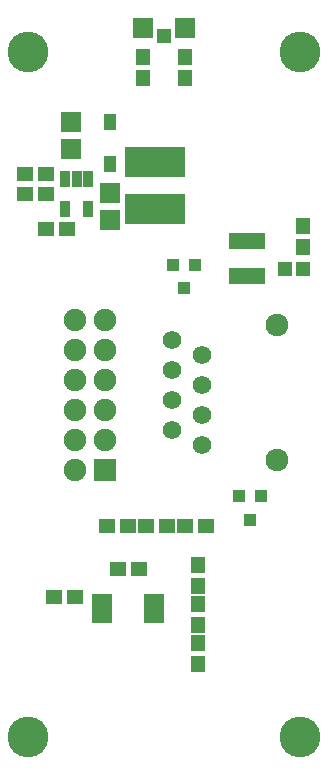
<source format=gbr>
G04 DesignSpark PCB PRO Gerber Version 10.0 Build 5299*
G04 #@! TF.Part,Single*
G04 #@! TF.FileFunction,Soldermask,Top*
G04 #@! TF.FilePolarity,Negative*
%FSLAX35Y35*%
%MOIN*%
G04 #@! TA.AperFunction,SMDPad,CuDef*
%ADD94R,0.03362X0.05724*%
%ADD97R,0.04150X0.05528*%
%ADD102R,0.04937X0.05291*%
%ADD95R,0.06500X0.07000*%
%ADD106R,0.04346X0.04346*%
%ADD104R,0.04543X0.04543*%
%ADD107R,0.04740X0.04740*%
%ADD103R,0.06906X0.06906*%
G04 #@! TA.AperFunction,ComponentPad*
%ADD92R,0.07496X0.07496*%
%ADD99C,0.06130*%
%ADD93C,0.07496*%
%ADD100C,0.07594*%
G04 #@! TA.AperFunction,WasherPad*
%ADD91C,0.13598*%
G04 #@! TA.AperFunction,SMDPad,CuDef*
%ADD101R,0.06512X0.02181*%
%ADD98R,0.05291X0.04937*%
%ADD105R,0.12063X0.05646*%
%ADD96R,0.19898X0.09858*%
G04 #@! TD.AperFunction*
X0Y0D02*
D02*
D91*
X27953Y24016D03*
Y252362D03*
X118504Y24016D03*
Y252362D03*
D02*
D92*
X53543Y113189D03*
D02*
D93*
X43543D03*
Y123189D03*
Y133189D03*
Y143189D03*
Y153189D03*
Y163189D03*
X53543Y123189D03*
Y133189D03*
Y143189D03*
Y153189D03*
Y163189D03*
D02*
D94*
X40354Y200197D03*
Y210039D03*
X44094D03*
X47835Y200197D03*
Y210039D03*
D02*
D95*
X42126Y219909D03*
Y228909D03*
X55118Y196287D03*
Y205287D03*
D02*
D96*
X70079Y200000D03*
Y215748D03*
D02*
D97*
X55118Y215157D03*
Y228937D03*
D02*
D98*
X26815Y205118D03*
Y211811D03*
X33815Y205118D03*
Y211811D03*
X33902Y193307D03*
X36657Y70846D03*
X40902Y193307D03*
X43657Y70846D03*
X54374Y94488D03*
X57917Y79921D03*
X61374Y94488D03*
X64917Y79921D03*
X67366Y94488D03*
X74366D03*
X80358D03*
X87358D03*
D02*
D99*
X75827Y126260D03*
Y136260D03*
Y146260D03*
Y156260D03*
X85827Y121260D03*
Y131260D03*
Y141260D03*
Y151260D03*
D02*
D100*
X110827Y116256D03*
Y161264D03*
D02*
D101*
X52681Y62972D03*
Y64941D03*
Y66909D03*
Y68878D03*
Y70846D03*
X70004Y62972D03*
Y64941D03*
Y66909D03*
Y68878D03*
Y70846D03*
D02*
D102*
X66142Y243744D03*
Y250744D03*
X80315Y243744D03*
Y250744D03*
X84646Y48448D03*
Y55448D03*
Y61441D03*
Y68441D03*
Y74433D03*
Y81433D03*
X119685Y187445D03*
Y194445D03*
D02*
D103*
X66339Y260236D03*
X80118D03*
D02*
D104*
X73228Y257677D03*
D02*
D105*
X100787Y177618D03*
Y189311D03*
D02*
D106*
X76181Y181496D03*
X79921Y173622D03*
X83661Y181496D03*
X98228Y104331D03*
X101969Y96457D03*
X105709Y104331D03*
D02*
D107*
X113583Y179921D03*
X119488D03*
X0Y0D02*
M02*

</source>
